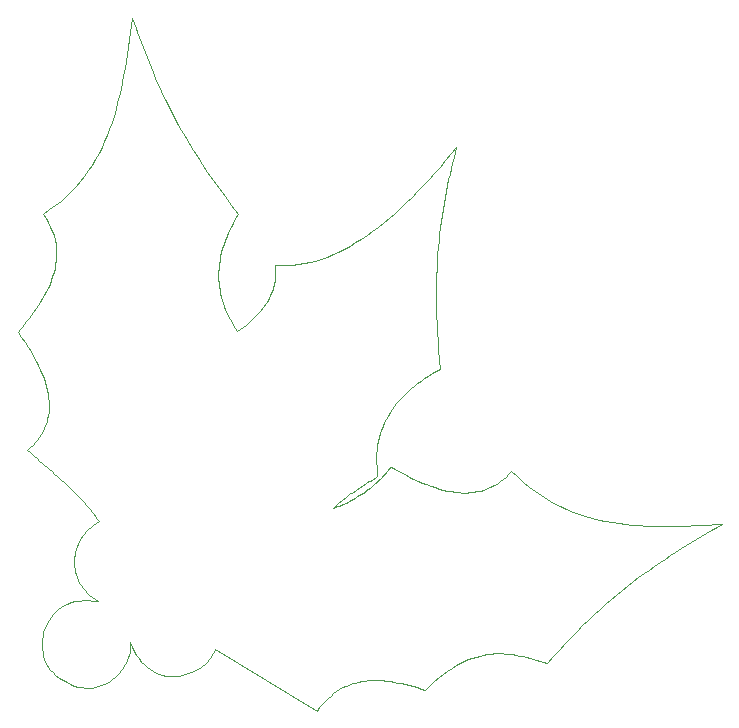
<source format=gm1>
%TF.GenerationSoftware,KiCad,Pcbnew,(5.1.8)-1*%
%TF.CreationDate,2020-12-24T12:29:03-03:00*%
%TF.ProjectId,christmasornament,63687269-7374-46d6-9173-6f726e616d65,rev?*%
%TF.SameCoordinates,Original*%
%TF.FileFunction,Profile,NP*%
%FSLAX46Y46*%
G04 Gerber Fmt 4.6, Leading zero omitted, Abs format (unit mm)*
G04 Created by KiCad (PCBNEW (5.1.8)-1) date 2020-12-24 12:29:03*
%MOMM*%
%LPD*%
G01*
G04 APERTURE LIST*
%TA.AperFunction,Profile*%
%ADD10C,0.001125*%
%TD*%
G04 APERTURE END LIST*
D10*
X48818678Y18035940D02*
X40196841Y23254420D01*
X33017199Y23867386D02*
X33173307Y23467628D01*
X33173307Y23467628D02*
X33346625Y23100972D01*
X33346625Y23100972D02*
X33535872Y22766563D01*
X33535872Y22766563D02*
X33739768Y22463545D01*
X33739768Y22463545D02*
X33957031Y22191065D01*
X33957031Y22191065D02*
X34186382Y21948267D01*
X34186382Y21948267D02*
X34426539Y21734298D01*
X34426539Y21734298D02*
X34676222Y21548301D01*
X34676222Y21548301D02*
X34934150Y21389424D01*
X34934150Y21389424D02*
X35199043Y21256811D01*
X35199043Y21256811D02*
X35469620Y21149607D01*
X35469620Y21149607D02*
X35744601Y21066958D01*
X35744601Y21066958D02*
X36022705Y21008010D01*
X36022705Y21008010D02*
X36302651Y20971907D01*
X36302651Y20971907D02*
X36583159Y20957796D01*
X36583159Y20957796D02*
X36862948Y20964821D01*
X36862948Y20964821D02*
X37140737Y20992127D01*
X37140737Y20992127D02*
X37415247Y21038862D01*
X37415247Y21038862D02*
X37685196Y21104168D01*
X37685196Y21104168D02*
X37949303Y21187193D01*
X37949303Y21187193D02*
X38206289Y21287081D01*
X38206289Y21287081D02*
X38454873Y21402979D01*
X38454873Y21402979D02*
X38693773Y21534030D01*
X38693773Y21534030D02*
X38921710Y21679381D01*
X38921710Y21679381D02*
X39137402Y21838177D01*
X39137402Y21838177D02*
X39339570Y22009563D01*
X39339570Y22009563D02*
X39526932Y22192685D01*
X39526932Y22192685D02*
X39698208Y22386688D01*
X39698208Y22386688D02*
X39852118Y22590718D01*
X39852118Y22590718D02*
X39987380Y22803919D01*
X39987380Y22803919D02*
X40102714Y23025438D01*
X40102714Y23025438D02*
X40196841Y23254420D01*
X26656244Y21084562D02*
X26991984Y20826906D01*
X26991984Y20826906D02*
X27324114Y20605877D01*
X27324114Y20605877D02*
X27652111Y20420036D01*
X27652111Y20420036D02*
X27975452Y20267942D01*
X27975452Y20267942D02*
X28293614Y20148157D01*
X28293614Y20148157D02*
X28606075Y20059242D01*
X28606075Y20059242D02*
X28912312Y19999756D01*
X28912312Y19999756D02*
X29211804Y19968262D01*
X29211804Y19968262D02*
X29504027Y19963318D01*
X29504027Y19963318D02*
X29788458Y19983487D01*
X29788458Y19983487D02*
X30064576Y20027329D01*
X30064576Y20027329D02*
X30331858Y20093404D01*
X30331858Y20093404D02*
X30589781Y20180273D01*
X30589781Y20180273D02*
X30837823Y20286497D01*
X30837823Y20286497D02*
X31075461Y20410636D01*
X31075461Y20410636D02*
X31302173Y20551252D01*
X31302173Y20551252D02*
X31517435Y20706904D01*
X31517435Y20706904D02*
X31720727Y20876155D01*
X31720727Y20876155D02*
X31911525Y21057563D01*
X31911525Y21057563D02*
X32089306Y21249690D01*
X32089306Y21249690D02*
X32253548Y21451097D01*
X32253548Y21451097D02*
X32403729Y21660345D01*
X32403729Y21660345D02*
X32539326Y21875993D01*
X32539326Y21875993D02*
X32659816Y22096603D01*
X32659816Y22096603D02*
X32764677Y22320735D01*
X32764677Y22320735D02*
X32853386Y22546951D01*
X32853386Y22546951D02*
X32925422Y22773810D01*
X32925422Y22773810D02*
X32980261Y22999873D01*
X32980261Y22999873D02*
X33017380Y23223702D01*
X33017380Y23223702D02*
X33036258Y23443856D01*
X33036258Y23443856D02*
X33036372Y23658897D01*
X33036372Y23658897D02*
X33017199Y23867386D01*
X30314345Y27294874D02*
X29882125Y27360592D01*
X29882125Y27360592D02*
X29470507Y27392263D01*
X29470507Y27392263D02*
X29079483Y27391615D01*
X29079483Y27391615D02*
X28709042Y27360376D01*
X28709042Y27360376D02*
X28359177Y27300275D01*
X28359177Y27300275D02*
X28029876Y27213041D01*
X28029876Y27213041D02*
X27721132Y27100403D01*
X27721132Y27100403D02*
X27432935Y26964089D01*
X27432935Y26964089D02*
X27165276Y26805829D01*
X27165276Y26805829D02*
X26918145Y26627350D01*
X26918145Y26627350D02*
X26691533Y26430381D01*
X26691533Y26430381D02*
X26485431Y26216652D01*
X26485431Y26216652D02*
X26299830Y25987891D01*
X26299830Y25987891D02*
X26134720Y25745827D01*
X26134720Y25745827D02*
X25990093Y25492188D01*
X25990093Y25492188D02*
X25865938Y25228703D01*
X25865938Y25228703D02*
X25762247Y24957102D01*
X25762247Y24957102D02*
X25679011Y24679112D01*
X25679011Y24679112D02*
X25616220Y24396462D01*
X25616220Y24396462D02*
X25573865Y24110881D01*
X25573865Y24110881D02*
X25551936Y23824099D01*
X25551936Y23824099D02*
X25550425Y23537842D01*
X25550425Y23537842D02*
X25569323Y23253841D01*
X25569323Y23253841D02*
X25608619Y22973825D01*
X25608619Y22973825D02*
X25668305Y22699520D01*
X25668305Y22699520D02*
X25748372Y22432658D01*
X25748372Y22432658D02*
X25848809Y22174965D01*
X25848809Y22174965D02*
X25969609Y21928172D01*
X25969609Y21928172D02*
X26110762Y21694006D01*
X26110762Y21694006D02*
X26272258Y21474196D01*
X26272258Y21474196D02*
X26454088Y21270472D01*
X26454088Y21270472D02*
X26656244Y21084562D01*
X30370903Y34065981D02*
X30132283Y33917458D01*
X30132283Y33917458D02*
X29907143Y33758150D01*
X29907143Y33758150D02*
X29695664Y33588729D01*
X29695664Y33588729D02*
X29498026Y33409865D01*
X29498026Y33409865D02*
X29314407Y33222232D01*
X29314407Y33222232D02*
X29144990Y33026499D01*
X29144990Y33026499D02*
X28989952Y32823339D01*
X28989952Y32823339D02*
X28849476Y32613424D01*
X28849476Y32613424D02*
X28723740Y32397425D01*
X28723740Y32397425D02*
X28612924Y32176013D01*
X28612924Y32176013D02*
X28517210Y31949860D01*
X28517210Y31949860D02*
X28436776Y31719638D01*
X28436776Y31719638D02*
X28371803Y31486018D01*
X28371803Y31486018D02*
X28322471Y31249672D01*
X28322471Y31249672D02*
X28288960Y31011272D01*
X28288960Y31011272D02*
X28271450Y30771488D01*
X28271450Y30771488D02*
X28270121Y30530993D01*
X28270121Y30530993D02*
X28285153Y30290459D01*
X28285153Y30290459D02*
X28316726Y30050556D01*
X28316726Y30050556D02*
X28365021Y29811956D01*
X28365021Y29811956D02*
X28430216Y29575331D01*
X28430216Y29575331D02*
X28512493Y29341353D01*
X28512493Y29341353D02*
X28612032Y29110692D01*
X28612032Y29110692D02*
X28729011Y28884022D01*
X28729011Y28884022D02*
X28863612Y28662012D01*
X28863612Y28662012D02*
X29016015Y28445336D01*
X29016015Y28445336D02*
X29186399Y28234664D01*
X29186399Y28234664D02*
X29374945Y28030667D01*
X29374945Y28030667D02*
X29581832Y27834019D01*
X29581832Y27834019D02*
X29807241Y27645389D01*
X29807241Y27645389D02*
X30051352Y27465450D01*
X30051352Y27465450D02*
X30314345Y27294874D01*
X50207609Y35200429D02*
X50387613Y35264698D01*
X50387613Y35264698D02*
X50565798Y35332003D01*
X50565798Y35332003D02*
X50742170Y35402332D01*
X50742170Y35402332D02*
X50916736Y35475671D01*
X50916736Y35475671D02*
X51089505Y35552009D01*
X51089505Y35552009D02*
X51260483Y35631333D01*
X51260483Y35631333D02*
X51429679Y35713630D01*
X51429679Y35713630D02*
X51597099Y35798889D01*
X51597099Y35798889D02*
X51762751Y35887096D01*
X51762751Y35887096D02*
X51926642Y35978239D01*
X51926642Y35978239D02*
X52088781Y36072305D01*
X52088781Y36072305D02*
X52249173Y36169283D01*
X52249173Y36169283D02*
X52407828Y36269160D01*
X52407828Y36269160D02*
X52564752Y36371923D01*
X52564752Y36371923D02*
X52719953Y36477560D01*
X52719953Y36477560D02*
X52873439Y36586059D01*
X52873439Y36586059D02*
X53025215Y36697406D01*
X53025215Y36697406D02*
X53175292Y36811590D01*
X53175292Y36811590D02*
X53323675Y36928598D01*
X53323675Y36928598D02*
X53470372Y37048417D01*
X53470372Y37048417D02*
X53615390Y37171036D01*
X53615390Y37171036D02*
X53758738Y37296441D01*
X53758738Y37296441D02*
X53900423Y37424621D01*
X53900423Y37424621D02*
X54040451Y37555562D01*
X54040451Y37555562D02*
X54178831Y37689253D01*
X54178831Y37689253D02*
X54315570Y37825681D01*
X54315570Y37825681D02*
X54450675Y37964833D01*
X54450675Y37964833D02*
X54584154Y38106697D01*
X54584154Y38106697D02*
X54716014Y38251261D01*
X54716014Y38251261D02*
X54846264Y38398512D01*
X54846264Y38398512D02*
X54974909Y38548437D01*
X54974909Y38548437D02*
X55101959Y38701025D01*
X58019120Y19804297D02*
X57667500Y19908690D01*
X57667500Y19908690D02*
X57320321Y20008075D01*
X57320321Y20008075D02*
X56977553Y20101922D01*
X56977553Y20101922D02*
X56639164Y20189703D01*
X56639164Y20189703D02*
X56305125Y20270887D01*
X56305125Y20270887D02*
X55975404Y20344946D01*
X55975404Y20344946D02*
X55649971Y20411351D01*
X55649971Y20411351D02*
X55328796Y20469572D01*
X55328796Y20469572D02*
X55011849Y20519080D01*
X55011849Y20519080D02*
X54699098Y20559346D01*
X54699098Y20559346D02*
X54390513Y20589841D01*
X54390513Y20589841D02*
X54086065Y20610036D01*
X54086065Y20610036D02*
X53785721Y20619401D01*
X53785721Y20619401D02*
X53489453Y20617407D01*
X53489453Y20617407D02*
X53197229Y20603526D01*
X53197229Y20603526D02*
X52909019Y20577228D01*
X52909019Y20577228D02*
X52624792Y20537984D01*
X52624792Y20537984D02*
X52344519Y20485264D01*
X52344519Y20485264D02*
X52068167Y20418540D01*
X52068167Y20418540D02*
X51795708Y20337282D01*
X51795708Y20337282D02*
X51527110Y20240961D01*
X51527110Y20240961D02*
X51262344Y20129048D01*
X51262344Y20129048D02*
X51001378Y20001014D01*
X51001378Y20001014D02*
X50744181Y19856329D01*
X50744181Y19856329D02*
X50490725Y19694465D01*
X50490725Y19694465D02*
X50240978Y19514893D01*
X50240978Y19514893D02*
X49994909Y19317082D01*
X49994909Y19317082D02*
X49752488Y19100504D01*
X49752488Y19100504D02*
X49513685Y18864630D01*
X49513685Y18864630D02*
X49278469Y18608931D01*
X49278469Y18608931D02*
X49046810Y18332877D01*
X49046810Y18332877D02*
X48818678Y18035940D01*
X68294018Y22073199D02*
X68006369Y22159213D01*
X68006369Y22159213D02*
X67718658Y22244940D01*
X67718658Y22244940D02*
X67430677Y22329397D01*
X67430677Y22329397D02*
X67142216Y22411599D01*
X67142216Y22411599D02*
X66853064Y22490564D01*
X66853064Y22490564D02*
X66563013Y22565306D01*
X66563013Y22565306D02*
X66271852Y22634844D01*
X66271852Y22634844D02*
X65979373Y22698192D01*
X65979373Y22698192D02*
X65685365Y22754368D01*
X65685365Y22754368D02*
X65389618Y22802387D01*
X65389618Y22802387D02*
X65091924Y22841267D01*
X65091924Y22841267D02*
X64792072Y22870022D01*
X64792072Y22870022D02*
X64489853Y22887670D01*
X64489853Y22887670D02*
X64185057Y22893228D01*
X64185057Y22893228D02*
X63877475Y22885710D01*
X63877475Y22885710D02*
X63566897Y22864134D01*
X63566897Y22864134D02*
X63253113Y22827516D01*
X63253113Y22827516D02*
X62935913Y22774872D01*
X62935913Y22774872D02*
X62615089Y22705219D01*
X62615089Y22705219D02*
X62290430Y22617573D01*
X62290430Y22617573D02*
X61961727Y22510949D01*
X61961727Y22510949D02*
X61628770Y22384366D01*
X61628770Y22384366D02*
X61291350Y22236838D01*
X61291350Y22236838D02*
X60949256Y22067383D01*
X60949256Y22067383D02*
X60602280Y21875016D01*
X60602280Y21875016D02*
X60250211Y21658753D01*
X60250211Y21658753D02*
X59892840Y21417612D01*
X59892840Y21417612D02*
X59529958Y21150609D01*
X59529958Y21150609D02*
X59161354Y20856759D01*
X59161354Y20856759D02*
X58786820Y20535080D01*
X58786820Y20535080D02*
X58406145Y20184587D01*
X58406145Y20184587D02*
X58019120Y19804297D01*
X83106720Y33839085D02*
X82674152Y33589960D01*
X82674152Y33589960D02*
X82241175Y33339237D01*
X82241175Y33339237D02*
X81807634Y33086310D01*
X81807634Y33086310D02*
X81373375Y32830574D01*
X81373375Y32830574D02*
X80938243Y32571424D01*
X80938243Y32571424D02*
X80502082Y32308256D01*
X80502082Y32308256D02*
X80064739Y32040463D01*
X80064739Y32040463D02*
X79626058Y31767442D01*
X79626058Y31767442D02*
X79185884Y31488587D01*
X79185884Y31488587D02*
X78744064Y31203293D01*
X78744064Y31203293D02*
X78300441Y30910954D01*
X78300441Y30910954D02*
X77854862Y30610967D01*
X77854862Y30610967D02*
X77407172Y30302726D01*
X77407172Y30302726D02*
X76957215Y29985626D01*
X76957215Y29985626D02*
X76504837Y29659062D01*
X76504837Y29659062D02*
X76049883Y29322428D01*
X76049883Y29322428D02*
X75592198Y28975121D01*
X75592198Y28975121D02*
X75131629Y28616534D01*
X75131629Y28616534D02*
X74668019Y28246063D01*
X74668019Y28246063D02*
X74201214Y27863103D01*
X74201214Y27863103D02*
X73731060Y27467049D01*
X73731060Y27467049D02*
X73257401Y27057296D01*
X73257401Y27057296D02*
X72780083Y26633238D01*
X72780083Y26633238D02*
X72298951Y26194271D01*
X72298951Y26194271D02*
X71813850Y25739790D01*
X71813850Y25739790D02*
X71324625Y25269189D01*
X71324625Y25269189D02*
X70831123Y24781864D01*
X70831123Y24781864D02*
X70333187Y24277210D01*
X70333187Y24277210D02*
X69830663Y23754621D01*
X69830663Y23754621D02*
X69323397Y23213493D01*
X69323397Y23213493D02*
X68811233Y22653221D01*
X68811233Y22653221D02*
X68294018Y22073199D01*
X65279613Y38344485D02*
X65775743Y37863290D01*
X65775743Y37863290D02*
X66277757Y37414952D01*
X66277757Y37414952D02*
X66785462Y36998381D01*
X66785462Y36998381D02*
X67298660Y36612487D01*
X67298660Y36612487D02*
X67817158Y36256182D01*
X67817158Y36256182D02*
X68340761Y35928374D01*
X68340761Y35928374D02*
X68869272Y35627976D01*
X68869272Y35627976D02*
X69402497Y35353897D01*
X69402497Y35353897D02*
X69940241Y35105048D01*
X69940241Y35105048D02*
X70482308Y34880339D01*
X70482308Y34880339D02*
X71028504Y34678681D01*
X71028504Y34678681D02*
X71578634Y34498984D01*
X71578634Y34498984D02*
X72132501Y34340159D01*
X72132501Y34340159D02*
X72689912Y34201117D01*
X72689912Y34201117D02*
X73250671Y34080767D01*
X73250671Y34080767D02*
X73814582Y33978021D01*
X73814582Y33978021D02*
X74381451Y33891788D01*
X74381451Y33891788D02*
X74951083Y33820980D01*
X74951083Y33820980D02*
X75523282Y33764506D01*
X75523282Y33764506D02*
X76097853Y33721278D01*
X76097853Y33721278D02*
X76674602Y33690205D01*
X76674602Y33690205D02*
X77253333Y33670199D01*
X77253333Y33670199D02*
X77833850Y33660169D01*
X77833850Y33660169D02*
X78415959Y33659027D01*
X78415959Y33659027D02*
X78999465Y33665682D01*
X78999465Y33665682D02*
X79584172Y33679045D01*
X79584172Y33679045D02*
X80169886Y33698027D01*
X80169886Y33698027D02*
X80756411Y33721538D01*
X80756411Y33721538D02*
X81343552Y33748489D01*
X81343552Y33748489D02*
X81931114Y33777790D01*
X81931114Y33777790D02*
X82518901Y33808352D01*
X82518901Y33808352D02*
X83106720Y33839085D01*
X55101959Y38701025D02*
X55490640Y38470928D01*
X55490640Y38470928D02*
X55875758Y38251883D01*
X55875758Y38251883D02*
X56257211Y38044196D01*
X56257211Y38044196D02*
X56634901Y37848174D01*
X56634901Y37848174D02*
X57008729Y37664126D01*
X57008729Y37664126D02*
X57378595Y37492358D01*
X57378595Y37492358D02*
X57744401Y37333179D01*
X57744401Y37333179D02*
X58106047Y37186895D01*
X58106047Y37186895D02*
X58463433Y37053815D01*
X58463433Y37053815D02*
X58816461Y36934246D01*
X58816461Y36934246D02*
X59165032Y36828496D01*
X59165032Y36828496D02*
X59509046Y36736871D01*
X59509046Y36736871D02*
X59848403Y36659681D01*
X59848403Y36659681D02*
X60183006Y36597231D01*
X60183006Y36597231D02*
X60512754Y36549830D01*
X60512754Y36549830D02*
X60837549Y36517786D01*
X60837549Y36517786D02*
X61157290Y36501405D01*
X61157290Y36501405D02*
X61471880Y36500995D01*
X61471880Y36500995D02*
X61781219Y36516865D01*
X61781219Y36516865D02*
X62085206Y36549321D01*
X62085206Y36549321D02*
X62383745Y36598671D01*
X62383745Y36598671D02*
X62676734Y36665222D01*
X62676734Y36665222D02*
X62964075Y36749283D01*
X62964075Y36749283D02*
X63245669Y36851160D01*
X63245669Y36851160D02*
X63521417Y36971162D01*
X63521417Y36971162D02*
X63791218Y37109595D01*
X63791218Y37109595D02*
X64054975Y37266768D01*
X64054975Y37266768D02*
X64312588Y37442987D01*
X64312588Y37442987D02*
X64563957Y37638561D01*
X64563957Y37638561D02*
X64808984Y37853797D01*
X64808984Y37853797D02*
X65047569Y38089002D01*
X65047569Y38089002D02*
X65279613Y38344485D01*
X53967507Y37890705D02*
X53845855Y37814943D01*
X53845855Y37814943D02*
X53724042Y37739503D01*
X53724042Y37739503D02*
X53602112Y37664299D01*
X53602112Y37664299D02*
X53480107Y37589245D01*
X53480107Y37589245D02*
X53358070Y37514254D01*
X53358070Y37514254D02*
X53236043Y37439242D01*
X53236043Y37439242D02*
X53114071Y37364123D01*
X53114071Y37364123D02*
X52992195Y37288810D01*
X52992195Y37288810D02*
X52870458Y37213219D01*
X52870458Y37213219D02*
X52748903Y37137263D01*
X52748903Y37137263D02*
X52627574Y37060857D01*
X52627574Y37060857D02*
X52506513Y36983914D01*
X52506513Y36983914D02*
X52385763Y36906350D01*
X52385763Y36906350D02*
X52265367Y36828078D01*
X52265367Y36828078D02*
X52145367Y36749013D01*
X52145367Y36749013D02*
X52025807Y36669068D01*
X52025807Y36669068D02*
X51906729Y36588159D01*
X51906729Y36588159D02*
X51788176Y36506199D01*
X51788176Y36506199D02*
X51670192Y36423103D01*
X51670192Y36423103D02*
X51552819Y36338785D01*
X51552819Y36338785D02*
X51436100Y36253158D01*
X51436100Y36253158D02*
X51320077Y36166139D01*
X51320077Y36166139D02*
X51204794Y36077639D01*
X51204794Y36077639D02*
X51090294Y35987575D01*
X51090294Y35987575D02*
X50976619Y35895860D01*
X50976619Y35895860D02*
X50863813Y35802408D01*
X50863813Y35802408D02*
X50751917Y35707135D01*
X50751917Y35707135D02*
X50640976Y35609952D01*
X50640976Y35609952D02*
X50531032Y35510777D01*
X50531032Y35510777D02*
X50422127Y35409521D01*
X50422127Y35409521D02*
X50314305Y35306100D01*
X50314305Y35306100D02*
X50207609Y35200429D01*
X59250814Y46966319D02*
X58907051Y46779181D01*
X58907051Y46779181D02*
X58572592Y46587020D01*
X58572592Y46587020D02*
X58247659Y46389716D01*
X58247659Y46389716D02*
X57932474Y46187147D01*
X57932474Y46187147D02*
X57627258Y45979195D01*
X57627258Y45979195D02*
X57332236Y45765738D01*
X57332236Y45765738D02*
X57047628Y45546658D01*
X57047628Y45546658D02*
X56773657Y45321833D01*
X56773657Y45321833D02*
X56510546Y45091144D01*
X56510546Y45091144D02*
X56258517Y44854472D01*
X56258517Y44854472D02*
X56017791Y44611695D01*
X56017791Y44611695D02*
X55788592Y44362693D01*
X55788592Y44362693D02*
X55571142Y44107348D01*
X55571142Y44107348D02*
X55365662Y43845538D01*
X55365662Y43845538D02*
X55172376Y43577144D01*
X55172376Y43577144D02*
X54991506Y43302045D01*
X54991506Y43302045D02*
X54823273Y43020122D01*
X54823273Y43020122D02*
X54667901Y42731254D01*
X54667901Y42731254D02*
X54525611Y42435322D01*
X54525611Y42435322D02*
X54396627Y42132205D01*
X54396627Y42132205D02*
X54281169Y41821784D01*
X54281169Y41821784D02*
X54179461Y41503937D01*
X54179461Y41503937D02*
X54091724Y41178546D01*
X54091724Y41178546D02*
X54018182Y40845490D01*
X54018182Y40845490D02*
X53959056Y40504650D01*
X53959056Y40504650D02*
X53914568Y40155904D01*
X53914568Y40155904D02*
X53884942Y39799133D01*
X53884942Y39799133D02*
X53870399Y39434218D01*
X53870399Y39434218D02*
X53871162Y39061037D01*
X53871162Y39061037D02*
X53887452Y38679471D01*
X53887452Y38679471D02*
X53919493Y38289401D01*
X53919493Y38289401D02*
X53967507Y37890705D01*
X60644569Y65798225D02*
X60527510Y65344974D01*
X60527510Y65344974D02*
X60412196Y64888514D01*
X60412196Y64888514D02*
X60298925Y64428294D01*
X60298925Y64428294D02*
X60187999Y63963761D01*
X60187999Y63963761D02*
X60079715Y63494364D01*
X60079715Y63494364D02*
X59974376Y63019551D01*
X59974376Y63019551D02*
X59872279Y62538771D01*
X59872279Y62538771D02*
X59773725Y62051472D01*
X59773725Y62051472D02*
X59679014Y61557102D01*
X59679014Y61557102D02*
X59588446Y61055110D01*
X59588446Y61055110D02*
X59502320Y60544944D01*
X59502320Y60544944D02*
X59420936Y60026052D01*
X59420936Y60026052D02*
X59344594Y59497883D01*
X59344594Y59497883D02*
X59273594Y58959885D01*
X59273594Y58959885D02*
X59208236Y58411507D01*
X59208236Y58411507D02*
X59148819Y57852197D01*
X59148819Y57852197D02*
X59095643Y57281402D01*
X59095643Y57281402D02*
X59049008Y56698573D01*
X59049008Y56698573D02*
X59009214Y56103156D01*
X59009214Y56103156D02*
X58976560Y55494601D01*
X58976560Y55494601D02*
X58951347Y54872355D01*
X58951347Y54872355D02*
X58933874Y54235867D01*
X58933874Y54235867D02*
X58924441Y53584586D01*
X58924441Y53584586D02*
X58923348Y52917959D01*
X58923348Y52917959D02*
X58930895Y52235435D01*
X58930895Y52235435D02*
X58947381Y51536463D01*
X58947381Y51536463D02*
X58973106Y50820491D01*
X58973106Y50820491D02*
X59008370Y50086967D01*
X59008370Y50086967D02*
X59053473Y49335339D01*
X59053473Y49335339D02*
X59108715Y48565056D01*
X59108715Y48565056D02*
X59174395Y47775566D01*
X59174395Y47775566D02*
X59250814Y46966319D01*
X45280845Y55782633D02*
X45774162Y55756795D01*
X45774162Y55756795D02*
X46266438Y55757687D01*
X46266438Y55757687D02*
X46757691Y55784822D01*
X46757691Y55784822D02*
X47247941Y55837712D01*
X47247941Y55837712D02*
X47737207Y55915872D01*
X47737207Y55915872D02*
X48225507Y56018813D01*
X48225507Y56018813D02*
X48712860Y56146049D01*
X48712860Y56146049D02*
X49199286Y56297092D01*
X49199286Y56297092D02*
X49684803Y56471457D01*
X49684803Y56471457D02*
X50169431Y56668655D01*
X50169431Y56668655D02*
X50653188Y56888200D01*
X50653188Y56888200D02*
X51136093Y57129604D01*
X51136093Y57129604D02*
X51618166Y57392381D01*
X51618166Y57392381D02*
X52099424Y57676044D01*
X52099424Y57676044D02*
X52579889Y57980106D01*
X52579889Y57980106D02*
X53059577Y58304079D01*
X53059577Y58304079D02*
X53538508Y58647476D01*
X53538508Y58647476D02*
X54016702Y59009812D01*
X54016702Y59009812D02*
X54494177Y59390598D01*
X54494177Y59390598D02*
X54970952Y59789347D01*
X54970952Y59789347D02*
X55447046Y60205573D01*
X55447046Y60205573D02*
X55922478Y60638788D01*
X55922478Y60638788D02*
X56397268Y61088506D01*
X56397268Y61088506D02*
X56871433Y61554240D01*
X56871433Y61554240D02*
X57344993Y62035502D01*
X57344993Y62035502D02*
X57817967Y62531805D01*
X57817967Y62531805D02*
X58290374Y63042663D01*
X58290374Y63042663D02*
X58762233Y63567589D01*
X58762233Y63567589D02*
X59233563Y64106095D01*
X59233563Y64106095D02*
X59704383Y64657694D01*
X59704383Y64657694D02*
X60174712Y65221899D01*
X60174712Y65221899D02*
X60644569Y65798225D01*
X42104379Y50175198D02*
X42353866Y50354848D01*
X42353866Y50354848D02*
X42591427Y50534148D01*
X42591427Y50534148D02*
X42817284Y50713104D01*
X42817284Y50713104D02*
X43031663Y50891722D01*
X43031663Y50891722D02*
X43234785Y51070009D01*
X43234785Y51070009D02*
X43426874Y51247971D01*
X43426874Y51247971D02*
X43608155Y51425616D01*
X43608155Y51425616D02*
X43778849Y51602949D01*
X43778849Y51602949D02*
X43939182Y51779978D01*
X43939182Y51779978D02*
X44089376Y51956708D01*
X44089376Y51956708D02*
X44229654Y52133146D01*
X44229654Y52133146D02*
X44360241Y52309300D01*
X44360241Y52309300D02*
X44481359Y52485175D01*
X44481359Y52485175D02*
X44593233Y52660778D01*
X44593233Y52660778D02*
X44696085Y52836116D01*
X44696085Y52836116D02*
X44790139Y53011195D01*
X44790139Y53011195D02*
X44875619Y53186022D01*
X44875619Y53186022D02*
X44952748Y53360604D01*
X44952748Y53360604D02*
X45021750Y53534946D01*
X45021750Y53534946D02*
X45082847Y53709056D01*
X45082847Y53709056D02*
X45136264Y53882939D01*
X45136264Y53882939D02*
X45182223Y54056604D01*
X45182223Y54056604D02*
X45220950Y54230056D01*
X45220950Y54230056D02*
X45252666Y54403301D01*
X45252666Y54403301D02*
X45277595Y54576347D01*
X45277595Y54576347D02*
X45295961Y54749200D01*
X45295961Y54749200D02*
X45307987Y54921867D01*
X45307987Y54921867D02*
X45313897Y55094354D01*
X45313897Y55094354D02*
X45313915Y55266667D01*
X45313915Y55266667D02*
X45308263Y55438813D01*
X45308263Y55438813D02*
X45297165Y55610800D01*
X45297165Y55610800D02*
X45280845Y55782633D01*
X42136792Y60125964D02*
X41915151Y59735576D01*
X41915151Y59735576D02*
X41710992Y59351482D01*
X41710992Y59351482D02*
X41523988Y58973564D01*
X41523988Y58973564D02*
X41353816Y58601705D01*
X41353816Y58601705D02*
X41200150Y58235789D01*
X41200150Y58235789D02*
X41062666Y57875698D01*
X41062666Y57875698D02*
X40941039Y57521315D01*
X40941039Y57521315D02*
X40834946Y57172525D01*
X40834946Y57172525D02*
X40744060Y56829209D01*
X40744060Y56829209D02*
X40668057Y56491251D01*
X40668057Y56491251D02*
X40606613Y56158535D01*
X40606613Y56158535D02*
X40559403Y55830942D01*
X40559403Y55830942D02*
X40526103Y55508357D01*
X40526103Y55508357D02*
X40506387Y55190663D01*
X40506387Y55190663D02*
X40499931Y54877742D01*
X40499931Y54877742D02*
X40506411Y54569478D01*
X40506411Y54569478D02*
X40525501Y54265754D01*
X40525501Y54265754D02*
X40556877Y53966452D01*
X40556877Y53966452D02*
X40600215Y53671457D01*
X40600215Y53671457D02*
X40655190Y53380651D01*
X40655190Y53380651D02*
X40721477Y53093918D01*
X40721477Y53093918D02*
X40798751Y52811140D01*
X40798751Y52811140D02*
X40886688Y52532200D01*
X40886688Y52532200D02*
X40984963Y52256982D01*
X40984963Y52256982D02*
X41093252Y51985369D01*
X41093252Y51985369D02*
X41211229Y51717245D01*
X41211229Y51717245D02*
X41338571Y51452491D01*
X41338571Y51452491D02*
X41474952Y51190991D01*
X41474952Y51190991D02*
X41620048Y50932629D01*
X41620048Y50932629D02*
X41773534Y50677287D01*
X41773534Y50677287D02*
X41935086Y50424849D01*
X41935086Y50424849D02*
X42104379Y50175198D01*
X33158414Y76721378D02*
X33323527Y76296850D01*
X33323527Y76296850D02*
X33484857Y75875405D01*
X33484857Y75875405D02*
X33643529Y75456127D01*
X33643529Y75456127D02*
X33800664Y75038100D01*
X33800664Y75038100D02*
X33957387Y74620410D01*
X33957387Y74620410D02*
X34114819Y74202141D01*
X34114819Y74202141D02*
X34274085Y73782378D01*
X34274085Y73782378D02*
X34436307Y73360206D01*
X34436307Y73360206D02*
X34602609Y72934710D01*
X34602609Y72934710D02*
X34774114Y72504975D01*
X34774114Y72504975D02*
X34951945Y72070086D01*
X34951945Y72070086D02*
X35137224Y71629126D01*
X35137224Y71629126D02*
X35331077Y71181182D01*
X35331077Y71181182D02*
X35534624Y70725338D01*
X35534624Y70725338D02*
X35748990Y70260679D01*
X35748990Y70260679D02*
X35975298Y69786290D01*
X35975298Y69786290D02*
X36214671Y69301255D01*
X36214671Y69301255D02*
X36468231Y68804659D01*
X36468231Y68804659D02*
X36737103Y68295588D01*
X36737103Y68295588D02*
X37022409Y67773125D01*
X37022409Y67773125D02*
X37325273Y67236357D01*
X37325273Y67236357D02*
X37646817Y66684367D01*
X37646817Y66684367D02*
X37988166Y66116241D01*
X37988166Y66116241D02*
X38350441Y65531063D01*
X38350441Y65531063D02*
X38734766Y64927919D01*
X38734766Y64927919D02*
X39142265Y64305892D01*
X39142265Y64305892D02*
X39574060Y63664069D01*
X39574060Y63664069D02*
X40031274Y63001533D01*
X40031274Y63001533D02*
X40515032Y62317370D01*
X40515032Y62317370D02*
X41026455Y61610664D01*
X41026455Y61610664D02*
X41566667Y60880500D01*
X41566667Y60880500D02*
X42136792Y60125964D01*
X25638617Y60125964D02*
X26168132Y60474282D01*
X26168132Y60474282D02*
X26669816Y60838254D01*
X26669816Y60838254D02*
X27144551Y61217412D01*
X27144551Y61217412D02*
X27593221Y61611290D01*
X27593221Y61611290D02*
X28016708Y62019422D01*
X28016708Y62019422D02*
X28415895Y62441339D01*
X28415895Y62441339D02*
X28791667Y62876577D01*
X28791667Y62876577D02*
X29144904Y63324667D01*
X29144904Y63324667D02*
X29476491Y63785144D01*
X29476491Y63785144D02*
X29787311Y64257541D01*
X29787311Y64257541D02*
X30078247Y64741391D01*
X30078247Y64741391D02*
X30350181Y65236227D01*
X30350181Y65236227D02*
X30603996Y65741582D01*
X30603996Y65741582D02*
X30840576Y66256991D01*
X30840576Y66256991D02*
X31060804Y66781986D01*
X31060804Y66781986D02*
X31265563Y67316100D01*
X31265563Y67316100D02*
X31455735Y67858867D01*
X31455735Y67858867D02*
X31632204Y68409821D01*
X31632204Y68409821D02*
X31795853Y68968494D01*
X31795853Y68968494D02*
X31947564Y69534420D01*
X31947564Y69534420D02*
X32088221Y70107132D01*
X32088221Y70107132D02*
X32218707Y70686164D01*
X32218707Y70686164D02*
X32339905Y71271048D01*
X32339905Y71271048D02*
X32452697Y71861318D01*
X32452697Y71861318D02*
X32557968Y72456508D01*
X32557968Y72456508D02*
X32656599Y73056150D01*
X32656599Y73056150D02*
X32749474Y73659779D01*
X32749474Y73659779D02*
X32837476Y74266927D01*
X32837476Y74266927D02*
X32921488Y74877127D01*
X32921488Y74877127D02*
X33002393Y75489914D01*
X33002393Y75489914D02*
X33081074Y76104819D01*
X33081074Y76104819D02*
X33158414Y76721378D01*
X23499364Y50110373D02*
X23678458Y50331291D01*
X23678458Y50331291D02*
X23863313Y50560231D01*
X23863313Y50560231D02*
X24052627Y50796986D01*
X24052627Y50796986D02*
X24245101Y51041346D01*
X24245101Y51041346D02*
X24439433Y51293103D01*
X24439433Y51293103D02*
X24634326Y51552049D01*
X24634326Y51552049D02*
X24828477Y51817976D01*
X24828477Y51817976D02*
X25020587Y52090676D01*
X25020587Y52090676D02*
X25209356Y52369941D01*
X25209356Y52369941D02*
X25393484Y52655562D01*
X25393484Y52655562D02*
X25571670Y52947331D01*
X25571670Y52947331D02*
X25742615Y53245040D01*
X25742615Y53245040D02*
X25905019Y53548480D01*
X25905019Y53548480D02*
X26057580Y53857444D01*
X26057580Y53857444D02*
X26199000Y54171724D01*
X26199000Y54171724D02*
X26327978Y54491110D01*
X26327978Y54491110D02*
X26443213Y54815396D01*
X26443213Y54815396D02*
X26543407Y55144372D01*
X26543407Y55144372D02*
X26627258Y55477830D01*
X26627258Y55477830D02*
X26693467Y55815563D01*
X26693467Y55815563D02*
X26740733Y56157362D01*
X26740733Y56157362D02*
X26767756Y56503019D01*
X26767756Y56503019D02*
X26773237Y56852325D01*
X26773237Y56852325D02*
X26755875Y57205073D01*
X26755875Y57205073D02*
X26714369Y57561054D01*
X26714369Y57561054D02*
X26647421Y57920060D01*
X26647421Y57920060D02*
X26553729Y58281883D01*
X26553729Y58281883D02*
X26431994Y58646315D01*
X26431994Y58646315D02*
X26280915Y59013147D01*
X26280915Y59013147D02*
X26099193Y59382171D01*
X26099193Y59382171D02*
X25885527Y59753179D01*
X25885527Y59753179D02*
X25638617Y60125964D01*
X24309688Y40127194D02*
X24544121Y40333759D01*
X24544121Y40333759D02*
X24763212Y40546552D01*
X24763212Y40546552D02*
X24966816Y40765628D01*
X24966816Y40765628D02*
X25154795Y40991046D01*
X25154795Y40991046D02*
X25327005Y41222862D01*
X25327005Y41222862D02*
X25483305Y41461134D01*
X25483305Y41461134D02*
X25623554Y41705920D01*
X25623554Y41705920D02*
X25747611Y41957276D01*
X25747611Y41957276D02*
X25855333Y42215261D01*
X25855333Y42215261D02*
X25946580Y42479932D01*
X25946580Y42479932D02*
X26021210Y42751346D01*
X26021210Y42751346D02*
X26079082Y43029560D01*
X26079082Y43029560D02*
X26120053Y43314633D01*
X26120053Y43314633D02*
X26143984Y43606621D01*
X26143984Y43606621D02*
X26150731Y43905581D01*
X26150731Y43905581D02*
X26140154Y44211572D01*
X26140154Y44211572D02*
X26112111Y44524650D01*
X26112111Y44524650D02*
X26066460Y44844873D01*
X26066460Y44844873D02*
X26003061Y45172299D01*
X26003061Y45172299D02*
X25921772Y45506984D01*
X25921772Y45506984D02*
X25822451Y45848987D01*
X25822451Y45848987D02*
X25704956Y46198364D01*
X25704956Y46198364D02*
X25569147Y46555174D01*
X25569147Y46555174D02*
X25414882Y46919473D01*
X25414882Y46919473D02*
X25242020Y47291318D01*
X25242020Y47291318D02*
X25050418Y47670768D01*
X25050418Y47670768D02*
X24839935Y48057880D01*
X24839935Y48057880D02*
X24610431Y48452711D01*
X24610431Y48452711D02*
X24361763Y48855318D01*
X24361763Y48855318D02*
X24093790Y49265759D01*
X24093790Y49265759D02*
X23806371Y49684091D01*
X23806371Y49684091D02*
X23499364Y50110373D01*
X30370903Y34065981D02*
X30232611Y34272434D01*
X30232611Y34272434D02*
X30088658Y34477000D01*
X30088658Y34477000D02*
X29939277Y34679757D01*
X29939277Y34679757D02*
X29784707Y34880784D01*
X29784707Y34880784D02*
X29625184Y35080160D01*
X29625184Y35080160D02*
X29460943Y35277963D01*
X29460943Y35277963D02*
X29292222Y35474273D01*
X29292222Y35474273D02*
X29119257Y35669169D01*
X29119257Y35669169D02*
X28942284Y35862728D01*
X28942284Y35862728D02*
X28761540Y36055031D01*
X28761540Y36055031D02*
X28577262Y36246155D01*
X28577262Y36246155D02*
X28389685Y36436180D01*
X28389685Y36436180D02*
X28199047Y36625185D01*
X28199047Y36625185D02*
X28005583Y36813247D01*
X28005583Y36813247D02*
X27809530Y37000447D01*
X27809530Y37000447D02*
X27611126Y37186863D01*
X27611126Y37186863D02*
X27410605Y37372573D01*
X27410605Y37372573D02*
X27208205Y37557657D01*
X27208205Y37557657D02*
X27004162Y37742193D01*
X27004162Y37742193D02*
X26798712Y37926261D01*
X26798712Y37926261D02*
X26592093Y38109938D01*
X26592093Y38109938D02*
X26384540Y38293304D01*
X26384540Y38293304D02*
X26176290Y38476438D01*
X26176290Y38476438D02*
X25967579Y38659419D01*
X25967579Y38659419D02*
X25758644Y38842324D01*
X25758644Y38842324D02*
X25549722Y39025234D01*
X25549722Y39025234D02*
X25341048Y39208227D01*
X25341048Y39208227D02*
X25132860Y39391381D01*
X25132860Y39391381D02*
X24925393Y39574777D01*
X24925393Y39574777D02*
X24718884Y39758491D01*
X24718884Y39758491D02*
X24513570Y39942604D01*
X24513570Y39942604D02*
X24309688Y40127194D01*
M02*

</source>
